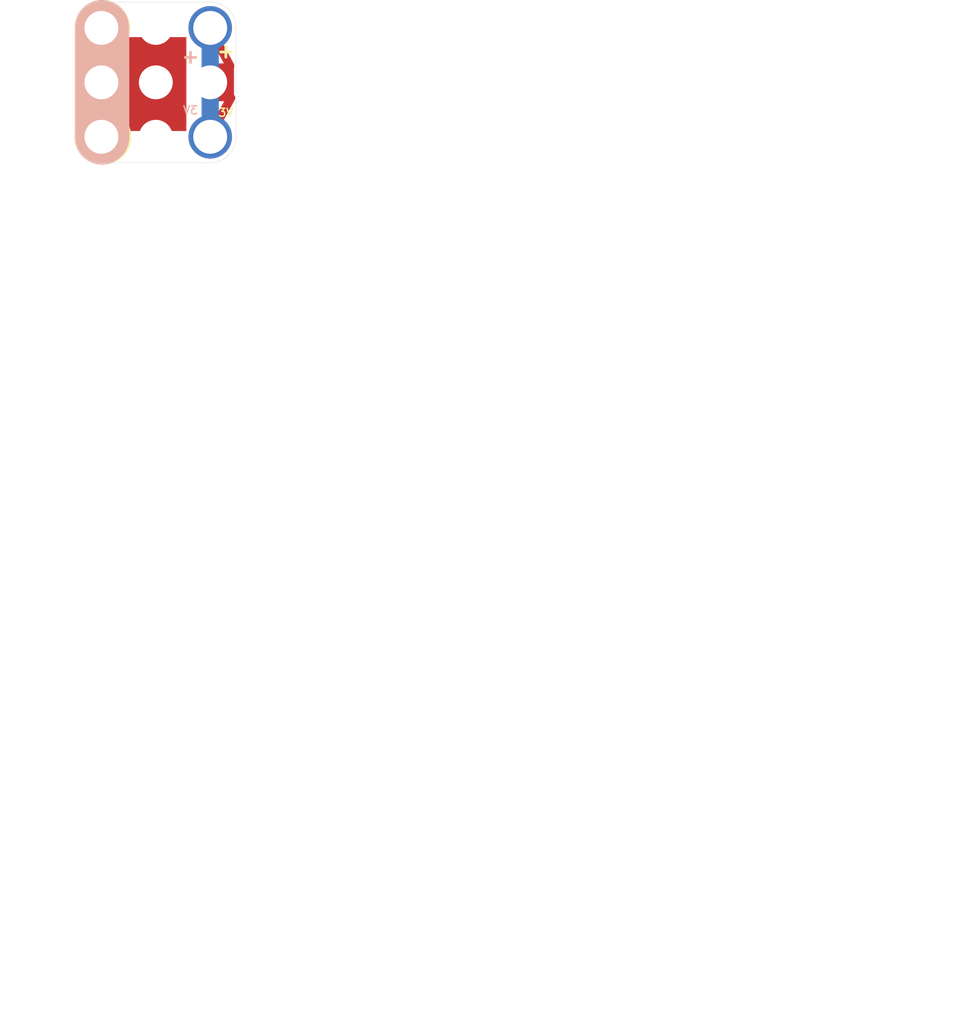
<source format=kicad_pcb>
(kicad_pcb (version 20171130) (host pcbnew 5.0.0-fee4fd1~66~ubuntu16.04.1)

  (general
    (thickness 1.6)
    (drawings 1)
    (tracks 0)
    (zones 0)
    (modules 1)
    (nets 1)
  )

  (page USLetter)
  (title_block
    (title "3x3 CR2032 Coin Cell Battery Module")
    (date "19 Dec 2016")
    (rev v1.2)
    (company "CERN Open Hardware License v1.2.")
    (comment 1 help@browndoggadgets.com)
    (comment 2 http://browndoggadgets.com/)
    (comment 3 "Brown Dog Gadgets")
  )

  (layers
    (0 F.Cu signal)
    (31 B.Cu signal)
    (34 B.Paste user)
    (35 F.Paste user)
    (36 B.SilkS user)
    (37 F.SilkS user)
    (38 B.Mask user)
    (39 F.Mask user)
    (40 Dwgs.User user)
    (44 Edge.Cuts user)
    (46 B.CrtYd user)
    (47 F.CrtYd user)
    (48 B.Fab user)
    (49 F.Fab user)
  )

  (setup
    (last_trace_width 0.254)
    (user_trace_width 0.1524)
    (user_trace_width 0.254)
    (user_trace_width 0.3302)
    (user_trace_width 0.508)
    (user_trace_width 0.762)
    (user_trace_width 1.27)
    (trace_clearance 0.254)
    (zone_clearance 0.508)
    (zone_45_only no)
    (trace_min 0.1524)
    (segment_width 0.1524)
    (edge_width 0.1524)
    (via_size 0.6858)
    (via_drill 0.3302)
    (via_min_size 0.6858)
    (via_min_drill 0.3302)
    (user_via 0.6858 0.3302)
    (user_via 0.762 0.4064)
    (user_via 0.8636 0.508)
    (uvia_size 0.6858)
    (uvia_drill 0.3302)
    (uvias_allowed no)
    (uvia_min_size 0)
    (uvia_min_drill 0)
    (pcb_text_width 0.1524)
    (pcb_text_size 1.016 1.016)
    (mod_edge_width 0.1524)
    (mod_text_size 1.016 1.016)
    (mod_text_width 0.1524)
    (pad_size 1.524 1.524)
    (pad_drill 0.762)
    (pad_to_mask_clearance 0.0762)
    (solder_mask_min_width 0.1016)
    (pad_to_paste_clearance -0.0762)
    (aux_axis_origin 0 0)
    (visible_elements FFFEDF7D)
    (pcbplotparams
      (layerselection 0x310fc_80000001)
      (usegerberextensions true)
      (usegerberattributes false)
      (usegerberadvancedattributes false)
      (creategerberjobfile false)
      (excludeedgelayer true)
      (linewidth 0.100000)
      (plotframeref false)
      (viasonmask false)
      (mode 1)
      (useauxorigin false)
      (hpglpennumber 1)
      (hpglpenspeed 20)
      (hpglpendiameter 15.000000)
      (psnegative false)
      (psa4output false)
      (plotreference true)
      (plotvalue true)
      (plotinvisibletext false)
      (padsonsilk false)
      (subtractmaskfromsilk false)
      (outputformat 1)
      (mirror false)
      (drillshape 0)
      (scaleselection 1)
      (outputdirectory "gerbers"))
  )

  (net 0 "")

  (net_class Default "This is the default net class."
    (clearance 0.254)
    (trace_width 0.254)
    (via_dia 0.6858)
    (via_drill 0.3302)
    (uvia_dia 0.6858)
    (uvia_drill 0.3302)
  )

  (module Crazy_Circuits:CR2032-3x3 (layer F.Cu) (tedit 5BA9CCEC) (tstamp 5BAA34CF)
    (at 14.224 43.18)
    (fp_text reference BT1 (at 4 -8 90) (layer F.Fab) hide
      (effects (font (size 1 1) (thickness 0.15)))
    )
    (fp_text value 3V (at 18.288 -3.556) (layer F.SilkS)
      (effects (font (size 1.2 1.2) (thickness 0.2)))
    )
    (fp_text user 3V (at 13.1 -3.9) (layer B.SilkS)
      (effects (font (size 1.2 1.2) (thickness 0.2)) (justify mirror))
    )
    (fp_text user INSERT (at 8 -13.4) (layer F.Fab)
      (effects (font (size 1 1) (thickness 0.15)))
    )
    (fp_line (start 8 -14.9) (end 8.4 -15.7) (layer F.Fab) (width 0.127))
    (fp_line (start 8 -14.9) (end 7.5 -15.7) (layer F.Fab) (width 0.127))
    (fp_line (start 8 -16.5) (end 8 -14.9) (layer F.Fab) (width 0.127))
    (fp_arc (start 8 -7.9) (end 5.400001 -11.699999) (angle -292.3447673) (layer F.Fab) (width 0.127))
    (fp_line (start 0.1 0.1) (end 0.1 -16.1) (layer B.SilkS) (width 8))
    (fp_line (start 0.1 0.2) (end 0.1 -15.9) (layer B.Mask) (width 2.54))
    (fp_line (start 16 0.2) (end 16 -15.9) (layer B.Mask) (width 2.54))
    (fp_line (start 16 0) (end 16 -16.1) (layer B.Cu) (width 2.54))
    (fp_line (start 0.1 0.2) (end 0.1 -15.9) (layer B.Cu) (width 2.54))
    (fp_line (start 16.002 -0.127) (end 19.05 -5.715) (layer F.Cu) (width 1.27))
    (fp_line (start 16.002 -15.875) (end 18.923 -10.414) (layer F.Cu) (width 1.27))
    (fp_line (start -0.381 0.127) (end 7.874 -7.874) (layer F.Cu) (width 2.54))
    (fp_line (start 0.1 -16) (end 0.2 -16) (layer F.SilkS) (width 8))
    (fp_text user + (at 13.1 -11.8) (layer B.SilkS)
      (effects (font (size 2 2) (thickness 0.4)) (justify mirror))
    )
    (fp_line (start 0 0) (end 0.4 0) (layer F.SilkS) (width 8))
    (fp_arc (start 16 -16) (end 16 -19.8) (angle 90) (layer F.Fab) (width 0.05))
    (fp_arc (start 16 0) (end 19.8 0) (angle 90) (layer F.Fab) (width 0.05))
    (fp_arc (start 0 0) (end 0 3.8) (angle 90) (layer F.Fab) (width 0.05))
    (fp_arc (start 0 -16) (end -3.8 -16) (angle 90) (layer F.Fab) (width 0.05))
    (fp_line (start 0 -19.8) (end 16 -19.8) (layer F.Fab) (width 0.05))
    (fp_line (start 19.8 -16) (end 19.8 0) (layer F.Fab) (width 0.05))
    (fp_line (start -3.8 -16) (end -3.8 0) (layer F.Fab) (width 0.05))
    (fp_line (start 0 3.8) (end 16 3.8) (layer F.Fab) (width 0.05))
    (fp_arc (start 16 -16) (end 16 -19.8) (angle 90) (layer Edge.Cuts) (width 0.05))
    (fp_arc (start 16 0) (end 19.8 0) (angle 90) (layer Edge.Cuts) (width 0.05))
    (fp_arc (start 0 0) (end 0 3.8) (angle 90) (layer Edge.Cuts) (width 0.05))
    (fp_arc (start 0 -16) (end -3.8 -16) (angle 90) (layer Edge.Cuts) (width 0.05))
    (fp_line (start 0 -19.8) (end 16 -19.8) (layer Edge.Cuts) (width 0.05))
    (fp_line (start 19.8 -16) (end 19.8 0) (layer Edge.Cuts) (width 0.05))
    (fp_line (start -3.8 -16) (end -3.8 0) (layer Edge.Cuts) (width 0.05))
    (fp_line (start 0 3.8) (end 16 3.8) (layer Edge.Cuts) (width 0.05))
    (fp_text user %R (at 8 -8) (layer F.Fab)
      (effects (font (size 1 1) (thickness 0.15)))
    )
    (fp_line (start 0 -16.129) (end 8.001 -7.874) (layer F.Cu) (width 2.54))
    (fp_text user + (at 18.3 -12.6) (layer F.SilkS)
      (effects (font (size 2 2) (thickness 0.4)))
    )
    (pad + thru_hole circle (at 16 0) (size 6.4 6.4) (drill 4.98) (layers *.Cu B.Mask))
    (pad "" np_thru_hole circle (at 8 0) (size 4.98 4.98) (drill 4.98) (layers *.Cu B.Mask))
    (pad GND thru_hole circle (at 0 0) (size 6.4 6.4) (drill 4.98) (layers *.Cu B.Mask))
    (pad + thru_hole circle (at 16 -16) (size 6.4 6.4) (drill 4.98) (layers *.Cu B.Mask))
    (pad "" np_thru_hole circle (at 8 -16) (size 4.98 4.98) (drill 4.98) (layers *.Cu B.Mask))
    (pad GND thru_hole circle (at 0 -16) (size 6.4 6.4) (drill 4.98) (layers *.Cu B.Mask))
    (pad + smd rect (at -2.2 -8) (size 2.6 5.56) (layers F.Cu F.Paste F.Mask))
    (pad GND smd rect (at 7.996 -7.746) (size 9 13.8) (layers F.Cu F.Paste F.Mask))
    (pad + smd rect (at 18.2 -8) (size 2.6 5.56) (layers F.Cu F.Paste F.Mask))
    (pad "" np_thru_hole circle (at 16 -8) (size 4.98 4.98) (drill 4.98) (layers *.Cu B.Mask))
    (pad "" np_thru_hole circle (at 0 -8) (size 4.98 4.98) (drill 4.98) (layers *.Cu B.Mask))
    (pad "" np_thru_hole circle (at 8 -8) (size 4.98 4.98) (drill 4.98) (layers *.Cu B.Mask))
  )

  (gr_text "FABRICATION NOTES\n\n1. THIS IS A 2 LAYER BOARD. \n2. EXTERNAL LAYERS SHALL HAVE 1 OZ COPPER.\n3. MATERIAL: FR4 AND 0.062 INCH +/- 10% THICK.\n4. BOARDS SHALL BE ROHS COMPLIANT. \n5. MANUFACTURE IN ACCORDANCE WITH IPC-6012 CLASS 2\n6. MASK: BOTH SIDES OF THE BOARD SHALL HAVE \n   SOLDER MASK (ORANGE) OVER BARE COPPER. \n7. SILK: BOTH SIDES OF THE BOARD SHALL HAVE WHITE SILK. \n   DO NOT PLACE SILK OVER BARE COPPER.\n8. FINISH: ENIG.\n9. MINIMUM TRACE WIDTH - 0.006 INCH.\n   MINIMUM SPACE - 0.006 INCH.\n   MINIMUM HOLE DIA - 0.013 INCH. \n10. MAX HOLE PLACEMENT TOLERANCE OF +/- 0.003 INCH.\n11. MAX HOLE DIAMETER TOLERANCE OF +/- 0.003 INCH AFTER PLATING." (at -0.6858 138.938) (layer Dwgs.User)
    (effects (font (size 2.54 2.54) (thickness 0.254)) (justify left))
  )

)

</source>
